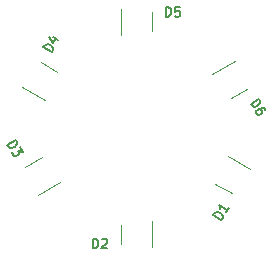
<source format=gto>
G04 #@! TF.GenerationSoftware,KiCad,Pcbnew,7.0.2.1-36-g582732918d-dirty-deb11*
G04 #@! TF.CreationDate,2023-05-28T08:23:43+00:00*
G04 #@! TF.ProjectId,pedalboard-led-ring,70656461-6c62-46f6-9172-642d6c65642d,rev?*
G04 #@! TF.SameCoordinates,Original*
G04 #@! TF.FileFunction,Legend,Top*
G04 #@! TF.FilePolarity,Positive*
%FSLAX46Y46*%
G04 Gerber Fmt 4.6, Leading zero omitted, Abs format (unit mm)*
G04 Created by KiCad (PCBNEW 7.0.2.1-36-g582732918d-dirty-deb11) date 2023-05-28 08:23:43*
%MOMM*%
%LPD*%
G01*
G04 APERTURE LIST*
%ADD10C,0.150000*%
%ADD11C,0.120000*%
G04 APERTURE END LIST*
D10*
X9677070Y2066641D02*
X10369890Y2466641D01*
X10369890Y2466641D02*
X10465128Y2301684D01*
X10465128Y2301684D02*
X10489280Y2183662D01*
X10489280Y2183662D02*
X10461392Y2079584D01*
X10461392Y2079584D02*
X10414457Y2008497D01*
X10414457Y2008497D02*
X10301538Y1899315D01*
X10301538Y1899315D02*
X10202564Y1842172D01*
X10202564Y1842172D02*
X10051551Y1798973D01*
X10051551Y1798973D02*
X9966520Y1793869D01*
X9966520Y1793869D02*
X9862442Y1821757D01*
X9862442Y1821757D02*
X9772308Y1901684D01*
X9772308Y1901684D02*
X9677070Y2066641D01*
X10941319Y1476898D02*
X10865128Y1608863D01*
X10865128Y1608863D02*
X10794041Y1655799D01*
X10794041Y1655799D02*
X10742002Y1669742D01*
X10742002Y1669742D02*
X10604933Y1678583D01*
X10604933Y1678583D02*
X10453919Y1635383D01*
X10453919Y1635383D02*
X10189988Y1483003D01*
X10189988Y1483003D02*
X10143053Y1411916D01*
X10143053Y1411916D02*
X10129109Y1359877D01*
X10129109Y1359877D02*
X10134213Y1274846D01*
X10134213Y1274846D02*
X10210403Y1142881D01*
X10210403Y1142881D02*
X10281490Y1095945D01*
X10281490Y1095945D02*
X10333529Y1082001D01*
X10333529Y1082001D02*
X10418559Y1087105D01*
X10418559Y1087105D02*
X10583517Y1182343D01*
X10583517Y1182343D02*
X10630452Y1253430D01*
X10630452Y1253430D02*
X10644396Y1305469D01*
X10644396Y1305469D02*
X10639292Y1390500D01*
X10639292Y1390500D02*
X10563101Y1522465D01*
X10563101Y1522465D02*
X10492015Y1569401D01*
X10492015Y1569401D02*
X10439976Y1583344D01*
X10439976Y1583344D02*
X10354945Y1578241D01*
X-3690476Y-10170095D02*
X-3690476Y-9370095D01*
X-3690476Y-9370095D02*
X-3500000Y-9370095D01*
X-3500000Y-9370095D02*
X-3385714Y-9408190D01*
X-3385714Y-9408190D02*
X-3309524Y-9484380D01*
X-3309524Y-9484380D02*
X-3271429Y-9560571D01*
X-3271429Y-9560571D02*
X-3233333Y-9712952D01*
X-3233333Y-9712952D02*
X-3233333Y-9827238D01*
X-3233333Y-9827238D02*
X-3271429Y-9979619D01*
X-3271429Y-9979619D02*
X-3309524Y-10055809D01*
X-3309524Y-10055809D02*
X-3385714Y-10132000D01*
X-3385714Y-10132000D02*
X-3500000Y-10170095D01*
X-3500000Y-10170095D02*
X-3690476Y-10170095D01*
X-2928572Y-9446285D02*
X-2890476Y-9408190D01*
X-2890476Y-9408190D02*
X-2814286Y-9370095D01*
X-2814286Y-9370095D02*
X-2623810Y-9370095D01*
X-2623810Y-9370095D02*
X-2547619Y-9408190D01*
X-2547619Y-9408190D02*
X-2509524Y-9446285D01*
X-2509524Y-9446285D02*
X-2471429Y-9522476D01*
X-2471429Y-9522476D02*
X-2471429Y-9598666D01*
X-2471429Y-9598666D02*
X-2509524Y-9712952D01*
X-2509524Y-9712952D02*
X-2966667Y-10170095D01*
X-2966667Y-10170095D02*
X-2471429Y-10170095D01*
X2509524Y9429905D02*
X2509524Y10229905D01*
X2509524Y10229905D02*
X2700000Y10229905D01*
X2700000Y10229905D02*
X2814286Y10191810D01*
X2814286Y10191810D02*
X2890476Y10115620D01*
X2890476Y10115620D02*
X2928571Y10039429D01*
X2928571Y10039429D02*
X2966667Y9887048D01*
X2966667Y9887048D02*
X2966667Y9772762D01*
X2966667Y9772762D02*
X2928571Y9620381D01*
X2928571Y9620381D02*
X2890476Y9544191D01*
X2890476Y9544191D02*
X2814286Y9468000D01*
X2814286Y9468000D02*
X2700000Y9429905D01*
X2700000Y9429905D02*
X2509524Y9429905D01*
X3690476Y10229905D02*
X3309524Y10229905D01*
X3309524Y10229905D02*
X3271428Y9848953D01*
X3271428Y9848953D02*
X3309524Y9887048D01*
X3309524Y9887048D02*
X3385714Y9925143D01*
X3385714Y9925143D02*
X3576190Y9925143D01*
X3576190Y9925143D02*
X3652381Y9887048D01*
X3652381Y9887048D02*
X3690476Y9848953D01*
X3690476Y9848953D02*
X3728571Y9772762D01*
X3728571Y9772762D02*
X3728571Y9582286D01*
X3728571Y9582286D02*
X3690476Y9506096D01*
X3690476Y9506096D02*
X3652381Y9468000D01*
X3652381Y9468000D02*
X3576190Y9429905D01*
X3576190Y9429905D02*
X3385714Y9429905D01*
X3385714Y9429905D02*
X3309524Y9468000D01*
X3309524Y9468000D02*
X3271428Y9506096D01*
X-10908570Y-1414001D02*
X-10215750Y-1014001D01*
X-10215750Y-1014001D02*
X-10120512Y-1178958D01*
X-10120512Y-1178958D02*
X-10096360Y-1296980D01*
X-10096360Y-1296980D02*
X-10124248Y-1401058D01*
X-10124248Y-1401058D02*
X-10171183Y-1472145D01*
X-10171183Y-1472145D02*
X-10284102Y-1581327D01*
X-10284102Y-1581327D02*
X-10383076Y-1638470D01*
X-10383076Y-1638470D02*
X-10534089Y-1681669D01*
X-10534089Y-1681669D02*
X-10619120Y-1686773D01*
X-10619120Y-1686773D02*
X-10723198Y-1658885D01*
X-10723198Y-1658885D02*
X-10813332Y-1578958D01*
X-10813332Y-1578958D02*
X-10908570Y-1414001D01*
X-9853845Y-1640839D02*
X-9606226Y-2069727D01*
X-9606226Y-2069727D02*
X-10003491Y-1991168D01*
X-10003491Y-1991168D02*
X-9946348Y-2090142D01*
X-9946348Y-2090142D02*
X-9941244Y-2175173D01*
X-9941244Y-2175173D02*
X-9955188Y-2227212D01*
X-9955188Y-2227212D02*
X-10002123Y-2298299D01*
X-10002123Y-2298299D02*
X-10167081Y-2393537D01*
X-10167081Y-2393537D02*
X-10252111Y-2398641D01*
X-10252111Y-2398641D02*
X-10304150Y-2384697D01*
X-10304150Y-2384697D02*
X-10375237Y-2337761D01*
X-10375237Y-2337761D02*
X-10489523Y-2139813D01*
X-10489523Y-2139813D02*
X-10494626Y-2054782D01*
X-10494626Y-2054782D02*
X-10480683Y-2002743D01*
X-7167547Y6413265D02*
X-7860367Y6813265D01*
X-7860367Y6813265D02*
X-7765129Y6978222D01*
X-7765129Y6978222D02*
X-7674994Y7058149D01*
X-7674994Y7058149D02*
X-7570916Y7086036D01*
X-7570916Y7086036D02*
X-7485886Y7080933D01*
X-7485886Y7080933D02*
X-7334872Y7037734D01*
X-7334872Y7037734D02*
X-7235898Y6980591D01*
X-7235898Y6980591D02*
X-7122980Y6871409D01*
X-7122980Y6871409D02*
X-7076045Y6800322D01*
X-7076045Y6800322D02*
X-7048157Y6696244D01*
X-7048157Y6696244D02*
X-7072308Y6578222D01*
X-7072308Y6578222D02*
X-7167547Y6413265D01*
X-7057998Y7669675D02*
X-6596118Y7403008D01*
X-7417168Y7657099D02*
X-7017534Y7206427D01*
X-7017534Y7206427D02*
X-6769915Y7635316D01*
X7218093Y-7806093D02*
X6525273Y-7406093D01*
X6525273Y-7406093D02*
X6620511Y-7241136D01*
X6620511Y-7241136D02*
X6710646Y-7161209D01*
X6710646Y-7161209D02*
X6814724Y-7133322D01*
X6814724Y-7133322D02*
X6899754Y-7138425D01*
X6899754Y-7138425D02*
X7050768Y-7181624D01*
X7050768Y-7181624D02*
X7149742Y-7238767D01*
X7149742Y-7238767D02*
X7262660Y-7347949D01*
X7262660Y-7347949D02*
X7309595Y-7419036D01*
X7309595Y-7419036D02*
X7337483Y-7523114D01*
X7337483Y-7523114D02*
X7313332Y-7641136D01*
X7313332Y-7641136D02*
X7218093Y-7806093D01*
X7827617Y-6750367D02*
X7599046Y-7146264D01*
X7713332Y-6948316D02*
X7020511Y-6548316D01*
X7020511Y-6548316D02*
X7081390Y-6671441D01*
X7081390Y-6671441D02*
X7109278Y-6775519D01*
X7109278Y-6775519D02*
X7104174Y-6860550D01*
D11*
X6447372Y4600833D02*
X8352628Y5700833D01*
X8007180Y2499167D02*
X9392820Y3299167D01*
X1300000Y-7900000D02*
X1300000Y-10100000D01*
X-1300000Y-8200000D02*
X-1300000Y-9800000D01*
X-1300000Y7900000D02*
X-1300000Y10100000D01*
X1300000Y8200000D02*
X1300000Y9800000D01*
X-6447372Y-4600833D02*
X-8352628Y-5700833D01*
X-8007180Y-2499167D02*
X-9392820Y-3299167D01*
X-7747372Y2349167D02*
X-9652628Y3449167D01*
X-6707180Y4750833D02*
X-8092820Y5550833D01*
X7747372Y-2349167D02*
X9652628Y-3449167D01*
X6707180Y-4750833D02*
X8092820Y-5550833D01*
M02*

</source>
